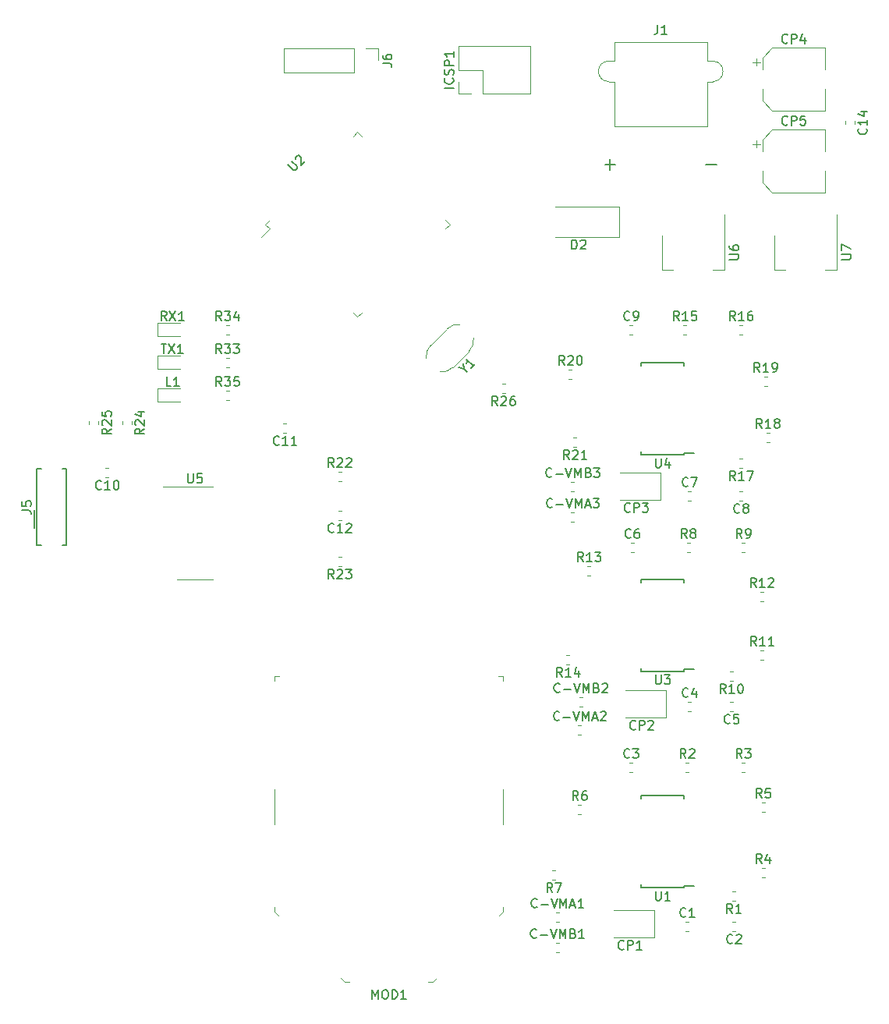
<source format=gbr>
G04 #@! TF.GenerationSoftware,KiCad,Pcbnew,(5.1.5)-3*
G04 #@! TF.CreationDate,2020-04-11T17:23:27+08:00*
G04 #@! TF.ProjectId,Misaka,4d697361-6b61-42e6-9b69-6361645f7063,rev?*
G04 #@! TF.SameCoordinates,Original*
G04 #@! TF.FileFunction,Legend,Top*
G04 #@! TF.FilePolarity,Positive*
%FSLAX46Y46*%
G04 Gerber Fmt 4.6, Leading zero omitted, Abs format (unit mm)*
G04 Created by KiCad (PCBNEW (5.1.5)-3) date 2020-04-11 17:23:27*
%MOMM*%
%LPD*%
G04 APERTURE LIST*
%ADD10C,0.120000*%
%ADD11C,0.150000*%
%ADD12C,0.100000*%
G04 APERTURE END LIST*
D10*
X61954663Y-58735883D02*
G75*
G02X62440268Y-57329569I1687687J204233D01*
G01*
X65614349Y-55076195D02*
G75*
G03X64208035Y-55561802I-204232J-1687688D01*
G01*
X63438117Y-60219337D02*
G75*
G03X64844431Y-59733732I204233J1687687D01*
G01*
X67097805Y-56559651D02*
G75*
G02X66612198Y-57965965I-1687688J-204232D01*
G01*
X64208035Y-55561802D02*
X62440268Y-57329569D01*
X66612198Y-57965965D02*
X64844431Y-59733732D01*
X106534000Y-43144000D02*
X106534000Y-49154000D01*
X99714000Y-45394000D02*
X99714000Y-49154000D01*
X106534000Y-49154000D02*
X105274000Y-49154000D01*
X99714000Y-49154000D02*
X100974000Y-49154000D01*
X94342000Y-43144000D02*
X94342000Y-49154000D01*
X87522000Y-45394000D02*
X87522000Y-49154000D01*
X94342000Y-49154000D02*
X93082000Y-49154000D01*
X87522000Y-49154000D02*
X88782000Y-49154000D01*
X36830000Y-72664000D02*
X33380000Y-72664000D01*
X36830000Y-72664000D02*
X38780000Y-72664000D01*
X36830000Y-82784000D02*
X34880000Y-82784000D01*
X36830000Y-82784000D02*
X38780000Y-82784000D01*
D11*
X89955000Y-69012000D02*
X91030000Y-69012000D01*
X89955000Y-59236200D02*
X85305000Y-59236200D01*
X89955000Y-69237000D02*
X85305000Y-69237000D01*
X89955000Y-59236200D02*
X89955000Y-59561200D01*
X85305000Y-59236200D02*
X85305000Y-59561200D01*
X85305000Y-69237000D02*
X85305000Y-68912000D01*
X89955000Y-69237000D02*
X89955000Y-69012000D01*
X89955000Y-92507000D02*
X91030000Y-92507000D01*
X89955000Y-82731200D02*
X85305000Y-82731200D01*
X89955000Y-92732000D02*
X85305000Y-92732000D01*
X89955000Y-82731200D02*
X89955000Y-83056200D01*
X85305000Y-82731200D02*
X85305000Y-83056200D01*
X85305000Y-92732000D02*
X85305000Y-92407000D01*
X89955000Y-92732000D02*
X89955000Y-92507000D01*
D10*
X44939916Y-44694975D02*
X44027749Y-45607142D01*
X44444942Y-44200000D02*
X44939916Y-44694975D01*
X44939916Y-43705025D02*
X44444942Y-44200000D01*
X54500000Y-34144942D02*
X54994975Y-34639916D01*
X54005025Y-34639916D02*
X54500000Y-34144942D01*
X54500000Y-54255058D02*
X54005025Y-53760084D01*
X54994975Y-53760084D02*
X54500000Y-54255058D01*
X64555058Y-44200000D02*
X64060084Y-43705025D01*
X64060084Y-44694975D02*
X64555058Y-44200000D01*
D11*
X89955000Y-116002000D02*
X91030000Y-116002000D01*
X89955000Y-106226200D02*
X85305000Y-106226200D01*
X89955000Y-116227000D02*
X85305000Y-116227000D01*
X89955000Y-106226200D02*
X89955000Y-106551200D01*
X85305000Y-106226200D02*
X85305000Y-106551200D01*
X85305000Y-116227000D02*
X85305000Y-115902000D01*
X89955000Y-116227000D02*
X89955000Y-116002000D01*
D10*
X32743000Y-59917000D02*
X35203000Y-59917000D01*
X32743000Y-58447000D02*
X32743000Y-59917000D01*
X35203000Y-58447000D02*
X32743000Y-58447000D01*
X32743000Y-56361000D02*
X35203000Y-56361000D01*
X32743000Y-54891000D02*
X32743000Y-56361000D01*
X35203000Y-54891000D02*
X32743000Y-54891000D01*
X40214733Y-63248000D02*
X40557267Y-63248000D01*
X40214733Y-62228000D02*
X40557267Y-62228000D01*
X40214733Y-56136000D02*
X40557267Y-56136000D01*
X40214733Y-55116000D02*
X40557267Y-55116000D01*
X40214733Y-59692000D02*
X40557267Y-59692000D01*
X40214733Y-58672000D02*
X40557267Y-58672000D01*
X70529267Y-61466000D02*
X70186733Y-61466000D01*
X70529267Y-62486000D02*
X70186733Y-62486000D01*
X25364000Y-65574733D02*
X25364000Y-65917267D01*
X26384000Y-65574733D02*
X26384000Y-65917267D01*
X28954000Y-65574733D02*
X28954000Y-65917267D01*
X29974000Y-65574733D02*
X29974000Y-65917267D01*
X52749267Y-80262000D02*
X52406733Y-80262000D01*
X52749267Y-81282000D02*
X52406733Y-81282000D01*
X52406733Y-72053333D02*
X52749267Y-72053333D01*
X52406733Y-71033333D02*
X52749267Y-71033333D01*
X78290267Y-67308000D02*
X77947733Y-67308000D01*
X78290267Y-68328000D02*
X77947733Y-68328000D01*
X77439733Y-60962000D02*
X77782267Y-60962000D01*
X77439733Y-59942000D02*
X77782267Y-59942000D01*
X98634733Y-61724000D02*
X98977267Y-61724000D01*
X98634733Y-60704000D02*
X98977267Y-60704000D01*
X98888733Y-67820000D02*
X99231267Y-67820000D01*
X98888733Y-66800000D02*
X99231267Y-66800000D01*
X96324267Y-69594000D02*
X95981733Y-69594000D01*
X96324267Y-70614000D02*
X95981733Y-70614000D01*
X95981733Y-56136000D02*
X96324267Y-56136000D01*
X95981733Y-55116000D02*
X96324267Y-55116000D01*
X89885733Y-56136000D02*
X90228267Y-56136000D01*
X89885733Y-55116000D02*
X90228267Y-55116000D01*
X77528267Y-90930000D02*
X77185733Y-90930000D01*
X77528267Y-91950000D02*
X77185733Y-91950000D01*
X79471733Y-82298000D02*
X79814267Y-82298000D01*
X79471733Y-81278000D02*
X79814267Y-81278000D01*
X98239733Y-85092000D02*
X98582267Y-85092000D01*
X98239733Y-84072000D02*
X98582267Y-84072000D01*
X98267733Y-91442000D02*
X98610267Y-91442000D01*
X98267733Y-90422000D02*
X98610267Y-90422000D01*
X95280267Y-92708000D02*
X94937733Y-92708000D01*
X95280267Y-93728000D02*
X94937733Y-93728000D01*
X96235733Y-79758000D02*
X96578267Y-79758000D01*
X96235733Y-78738000D02*
X96578267Y-78738000D01*
X90252733Y-79758000D02*
X90595267Y-79758000D01*
X90252733Y-78738000D02*
X90595267Y-78738000D01*
X76004267Y-114298000D02*
X75661733Y-114298000D01*
X76004267Y-115318000D02*
X75661733Y-115318000D01*
X78455733Y-108206000D02*
X78798267Y-108206000D01*
X78455733Y-107186000D02*
X78798267Y-107186000D01*
X98380733Y-107952000D02*
X98723267Y-107952000D01*
X98380733Y-106932000D02*
X98723267Y-106932000D01*
X98380733Y-115064000D02*
X98723267Y-115064000D01*
X98380733Y-114044000D02*
X98723267Y-114044000D01*
X96235733Y-103634000D02*
X96578267Y-103634000D01*
X96235733Y-102614000D02*
X96578267Y-102614000D01*
X90139733Y-103634000D02*
X90482267Y-103634000D01*
X90139733Y-102614000D02*
X90482267Y-102614000D01*
X95534267Y-116584000D02*
X95191733Y-116584000D01*
X95534267Y-117604000D02*
X95191733Y-117604000D01*
D12*
X45500000Y-93250000D02*
X46000000Y-93250000D01*
X45500000Y-93250000D02*
X45500000Y-93750000D01*
X70300000Y-93250000D02*
X69800000Y-93250000D01*
X70300000Y-93250000D02*
X70300000Y-93750000D01*
X70300000Y-118850000D02*
X70300000Y-118350000D01*
X70300000Y-118850000D02*
X69900000Y-119250000D01*
X45500000Y-118850000D02*
X45900000Y-119250000D01*
X45500000Y-118850000D02*
X45500000Y-118350000D01*
X62700000Y-126450000D02*
X63100000Y-126050000D01*
X62700000Y-126450000D02*
X62200000Y-126450000D01*
X53100000Y-126450000D02*
X53600000Y-126450000D01*
X53100000Y-126450000D02*
X52700000Y-126050000D01*
X70300000Y-109350000D02*
X70300000Y-105550000D01*
X45500000Y-109350000D02*
X45500000Y-105550000D01*
D10*
X32771000Y-63473000D02*
X35231000Y-63473000D01*
X32771000Y-62003000D02*
X32771000Y-63473000D01*
X35231000Y-62003000D02*
X32771000Y-62003000D01*
X56760000Y-25070000D02*
X56760000Y-26400000D01*
X55430000Y-25070000D02*
X56760000Y-25070000D01*
X54160000Y-25070000D02*
X54160000Y-27730000D01*
X54160000Y-27730000D02*
X46480000Y-27730000D01*
X54160000Y-25070000D02*
X46480000Y-25070000D01*
X46480000Y-25070000D02*
X46480000Y-27730000D01*
D11*
X19402000Y-77200000D02*
X19402000Y-75200000D01*
X22902000Y-70750000D02*
X22427000Y-70750000D01*
X22902000Y-79050000D02*
X22902000Y-70750000D01*
X22427000Y-79050000D02*
X22902000Y-79050000D01*
X19702000Y-70750000D02*
X20177000Y-70750000D01*
X19702000Y-79050000D02*
X19702000Y-70750000D01*
X20177000Y-79050000D02*
X19702000Y-79050000D01*
D10*
X93066000Y-26482000D02*
G75*
G02X93066000Y-28702000I0J-1110000D01*
G01*
X81766000Y-28702000D02*
G75*
G02X81766000Y-26482000I0J1110000D01*
G01*
X92476000Y-24382000D02*
X92476000Y-26482000D01*
X81766000Y-28702000D02*
X82356000Y-28702000D01*
X81766000Y-26482000D02*
X82356000Y-26482000D01*
X92476000Y-26482000D02*
X93066000Y-26482000D01*
X92476000Y-28702000D02*
X93066000Y-28702000D01*
X92476000Y-28702000D02*
X92476000Y-33602000D01*
X82356000Y-24382000D02*
X82356000Y-26482000D01*
X82356000Y-28702000D02*
X82356000Y-33602000D01*
X82356000Y-33602000D02*
X92476000Y-33602000D01*
X82356000Y-24382000D02*
X92476000Y-24382000D01*
X65472000Y-30032000D02*
X65472000Y-28702000D01*
X66802000Y-30032000D02*
X65472000Y-30032000D01*
X65472000Y-27432000D02*
X65472000Y-24832000D01*
X68072000Y-27432000D02*
X65472000Y-27432000D01*
X68072000Y-30032000D02*
X68072000Y-27432000D01*
X65472000Y-24832000D02*
X73212000Y-24832000D01*
X68072000Y-30032000D02*
X73212000Y-30032000D01*
X73212000Y-30032000D02*
X73212000Y-24832000D01*
X82886000Y-45592000D02*
X75986000Y-45592000D01*
X82886000Y-42292000D02*
X75986000Y-42292000D01*
X82886000Y-45592000D02*
X82886000Y-42292000D01*
X97810250Y-35096750D02*
X97810250Y-35884250D01*
X97416500Y-35490500D02*
X98204000Y-35490500D01*
X98444000Y-39683563D02*
X99508437Y-40748000D01*
X98444000Y-34992437D02*
X99508437Y-33928000D01*
X98444000Y-34992437D02*
X98444000Y-36278000D01*
X98444000Y-39683563D02*
X98444000Y-38398000D01*
X99508437Y-40748000D02*
X105264000Y-40748000D01*
X99508437Y-33928000D02*
X105264000Y-33928000D01*
X105264000Y-33928000D02*
X105264000Y-36278000D01*
X105264000Y-40748000D02*
X105264000Y-38398000D01*
X97810250Y-26206750D02*
X97810250Y-26994250D01*
X97416500Y-26600500D02*
X98204000Y-26600500D01*
X98444000Y-30793563D02*
X99508437Y-31858000D01*
X98444000Y-26102437D02*
X99508437Y-25038000D01*
X98444000Y-26102437D02*
X98444000Y-27388000D01*
X98444000Y-30793563D02*
X98444000Y-29508000D01*
X99508437Y-31858000D02*
X105264000Y-31858000D01*
X99508437Y-25038000D02*
X105264000Y-25038000D01*
X105264000Y-25038000D02*
X105264000Y-27388000D01*
X105264000Y-31858000D02*
X105264000Y-29508000D01*
X87377000Y-71130000D02*
X82992000Y-71130000D01*
X87377000Y-74150000D02*
X87377000Y-71130000D01*
X82992000Y-74150000D02*
X87377000Y-74150000D01*
X87979000Y-94756000D02*
X83594000Y-94756000D01*
X87979000Y-97776000D02*
X87979000Y-94756000D01*
X83594000Y-97776000D02*
X87979000Y-97776000D01*
X86709000Y-118632000D02*
X82324000Y-118632000D01*
X86709000Y-121652000D02*
X86709000Y-118632000D01*
X82324000Y-121652000D02*
X86709000Y-121652000D01*
X77693733Y-73154000D02*
X78036267Y-73154000D01*
X77693733Y-72134000D02*
X78036267Y-72134000D01*
X78568733Y-96522000D02*
X78911267Y-96522000D01*
X78568733Y-95502000D02*
X78911267Y-95502000D01*
X76028733Y-123192000D02*
X76371267Y-123192000D01*
X76028733Y-122172000D02*
X76371267Y-122172000D01*
X77693733Y-76456000D02*
X78036267Y-76456000D01*
X77693733Y-75436000D02*
X78036267Y-75436000D01*
X78455733Y-99570000D02*
X78798267Y-99570000D01*
X78455733Y-98550000D02*
X78798267Y-98550000D01*
X76028733Y-119890000D02*
X76371267Y-119890000D01*
X76028733Y-118870000D02*
X76371267Y-118870000D01*
X107440000Y-32989733D02*
X107440000Y-33332267D01*
X108460000Y-32989733D02*
X108460000Y-33332267D01*
X52749267Y-75266666D02*
X52406733Y-75266666D01*
X52749267Y-76286666D02*
X52406733Y-76286666D01*
X46794267Y-65784000D02*
X46451733Y-65784000D01*
X46794267Y-66804000D02*
X46451733Y-66804000D01*
X27490267Y-70610000D02*
X27147733Y-70610000D01*
X27490267Y-71630000D02*
X27147733Y-71630000D01*
X84043733Y-56136000D02*
X84386267Y-56136000D01*
X84043733Y-55116000D02*
X84386267Y-55116000D01*
X96324267Y-73150000D02*
X95981733Y-73150000D01*
X96324267Y-74170000D02*
X95981733Y-74170000D01*
X90393733Y-74170000D02*
X90736267Y-74170000D01*
X90393733Y-73150000D02*
X90736267Y-73150000D01*
X84156733Y-79758000D02*
X84499267Y-79758000D01*
X84156733Y-78738000D02*
X84499267Y-78738000D01*
X95280267Y-96010000D02*
X94937733Y-96010000D01*
X95280267Y-97030000D02*
X94937733Y-97030000D01*
X90393733Y-97030000D02*
X90736267Y-97030000D01*
X90393733Y-96010000D02*
X90736267Y-96010000D01*
X84043733Y-103634000D02*
X84386267Y-103634000D01*
X84043733Y-102614000D02*
X84386267Y-102614000D01*
X95562267Y-119886000D02*
X95219733Y-119886000D01*
X95562267Y-120906000D02*
X95219733Y-120906000D01*
X90139733Y-120906000D02*
X90482267Y-120906000D01*
X90139733Y-119886000D02*
X90482267Y-119886000D01*
D11*
X66081867Y-59876836D02*
X66418585Y-60213554D01*
X65475776Y-59742149D02*
X66081867Y-59876836D01*
X65947180Y-59270745D01*
X67260378Y-59371760D02*
X66856317Y-59775821D01*
X67058348Y-59573790D02*
X66351241Y-58866684D01*
X66384913Y-59035042D01*
X66384913Y-59169729D01*
X66351241Y-59270745D01*
X107076380Y-48005904D02*
X107885904Y-48005904D01*
X107981142Y-47958285D01*
X108028761Y-47910666D01*
X108076380Y-47815428D01*
X108076380Y-47624952D01*
X108028761Y-47529714D01*
X107981142Y-47482095D01*
X107885904Y-47434476D01*
X107076380Y-47434476D01*
X107076380Y-47053523D02*
X107076380Y-46386857D01*
X108076380Y-46815428D01*
X94884380Y-48005904D02*
X95693904Y-48005904D01*
X95789142Y-47958285D01*
X95836761Y-47910666D01*
X95884380Y-47815428D01*
X95884380Y-47624952D01*
X95836761Y-47529714D01*
X95789142Y-47482095D01*
X95693904Y-47434476D01*
X94884380Y-47434476D01*
X94884380Y-46529714D02*
X94884380Y-46720190D01*
X94932000Y-46815428D01*
X94979619Y-46863047D01*
X95122476Y-46958285D01*
X95312952Y-47005904D01*
X95693904Y-47005904D01*
X95789142Y-46958285D01*
X95836761Y-46910666D01*
X95884380Y-46815428D01*
X95884380Y-46624952D01*
X95836761Y-46529714D01*
X95789142Y-46482095D01*
X95693904Y-46434476D01*
X95455809Y-46434476D01*
X95360571Y-46482095D01*
X95312952Y-46529714D01*
X95265333Y-46624952D01*
X95265333Y-46815428D01*
X95312952Y-46910666D01*
X95360571Y-46958285D01*
X95455809Y-47005904D01*
X36068095Y-71276380D02*
X36068095Y-72085904D01*
X36115714Y-72181142D01*
X36163333Y-72228761D01*
X36258571Y-72276380D01*
X36449047Y-72276380D01*
X36544285Y-72228761D01*
X36591904Y-72181142D01*
X36639523Y-72085904D01*
X36639523Y-71276380D01*
X37591904Y-71276380D02*
X37115714Y-71276380D01*
X37068095Y-71752571D01*
X37115714Y-71704952D01*
X37210952Y-71657333D01*
X37449047Y-71657333D01*
X37544285Y-71704952D01*
X37591904Y-71752571D01*
X37639523Y-71847809D01*
X37639523Y-72085904D01*
X37591904Y-72181142D01*
X37544285Y-72228761D01*
X37449047Y-72276380D01*
X37210952Y-72276380D01*
X37115714Y-72228761D01*
X37068095Y-72181142D01*
X86868095Y-69614380D02*
X86868095Y-70423904D01*
X86915714Y-70519142D01*
X86963333Y-70566761D01*
X87058571Y-70614380D01*
X87249047Y-70614380D01*
X87344285Y-70566761D01*
X87391904Y-70519142D01*
X87439523Y-70423904D01*
X87439523Y-69614380D01*
X88344285Y-69947714D02*
X88344285Y-70614380D01*
X88106190Y-69566761D02*
X87868095Y-70281047D01*
X88487142Y-70281047D01*
X86868095Y-93109380D02*
X86868095Y-93918904D01*
X86915714Y-94014142D01*
X86963333Y-94061761D01*
X87058571Y-94109380D01*
X87249047Y-94109380D01*
X87344285Y-94061761D01*
X87391904Y-94014142D01*
X87439523Y-93918904D01*
X87439523Y-93109380D01*
X87820476Y-93109380D02*
X88439523Y-93109380D01*
X88106190Y-93490333D01*
X88249047Y-93490333D01*
X88344285Y-93537952D01*
X88391904Y-93585571D01*
X88439523Y-93680809D01*
X88439523Y-93918904D01*
X88391904Y-94014142D01*
X88344285Y-94061761D01*
X88249047Y-94109380D01*
X87963333Y-94109380D01*
X87868095Y-94061761D01*
X87820476Y-94014142D01*
X46962578Y-37740074D02*
X47534998Y-38312494D01*
X47636013Y-38346166D01*
X47703357Y-38346166D01*
X47804372Y-38312494D01*
X47939059Y-38177807D01*
X47972731Y-38076792D01*
X47972731Y-38009448D01*
X47939059Y-37908433D01*
X47366639Y-37336013D01*
X47737029Y-37100311D02*
X47737029Y-37032968D01*
X47770700Y-36931952D01*
X47939059Y-36763594D01*
X48040074Y-36729922D01*
X48107418Y-36729922D01*
X48208433Y-36763594D01*
X48275777Y-36830937D01*
X48343120Y-36965624D01*
X48343120Y-37773746D01*
X48780853Y-37336013D01*
X86868095Y-116604380D02*
X86868095Y-117413904D01*
X86915714Y-117509142D01*
X86963333Y-117556761D01*
X87058571Y-117604380D01*
X87249047Y-117604380D01*
X87344285Y-117556761D01*
X87391904Y-117509142D01*
X87439523Y-117413904D01*
X87439523Y-116604380D01*
X88439523Y-117604380D02*
X87868095Y-117604380D01*
X88153809Y-117604380D02*
X88153809Y-116604380D01*
X88058571Y-116747238D01*
X87963333Y-116842476D01*
X87868095Y-116890095D01*
X33164904Y-57204380D02*
X33736333Y-57204380D01*
X33450619Y-58204380D02*
X33450619Y-57204380D01*
X33974428Y-57204380D02*
X34641095Y-58204380D01*
X34641095Y-57204380D02*
X33974428Y-58204380D01*
X35545857Y-58204380D02*
X34974428Y-58204380D01*
X35260142Y-58204380D02*
X35260142Y-57204380D01*
X35164904Y-57347238D01*
X35069666Y-57442476D01*
X34974428Y-57490095D01*
X33760142Y-54648380D02*
X33426809Y-54172190D01*
X33188714Y-54648380D02*
X33188714Y-53648380D01*
X33569666Y-53648380D01*
X33664904Y-53696000D01*
X33712523Y-53743619D01*
X33760142Y-53838857D01*
X33760142Y-53981714D01*
X33712523Y-54076952D01*
X33664904Y-54124571D01*
X33569666Y-54172190D01*
X33188714Y-54172190D01*
X34093476Y-53648380D02*
X34760142Y-54648380D01*
X34760142Y-53648380D02*
X34093476Y-54648380D01*
X35664904Y-54648380D02*
X35093476Y-54648380D01*
X35379190Y-54648380D02*
X35379190Y-53648380D01*
X35283952Y-53791238D01*
X35188714Y-53886476D01*
X35093476Y-53934095D01*
X39743142Y-61760380D02*
X39409809Y-61284190D01*
X39171714Y-61760380D02*
X39171714Y-60760380D01*
X39552666Y-60760380D01*
X39647904Y-60808000D01*
X39695523Y-60855619D01*
X39743142Y-60950857D01*
X39743142Y-61093714D01*
X39695523Y-61188952D01*
X39647904Y-61236571D01*
X39552666Y-61284190D01*
X39171714Y-61284190D01*
X40076476Y-60760380D02*
X40695523Y-60760380D01*
X40362190Y-61141333D01*
X40505047Y-61141333D01*
X40600285Y-61188952D01*
X40647904Y-61236571D01*
X40695523Y-61331809D01*
X40695523Y-61569904D01*
X40647904Y-61665142D01*
X40600285Y-61712761D01*
X40505047Y-61760380D01*
X40219333Y-61760380D01*
X40124095Y-61712761D01*
X40076476Y-61665142D01*
X41600285Y-60760380D02*
X41124095Y-60760380D01*
X41076476Y-61236571D01*
X41124095Y-61188952D01*
X41219333Y-61141333D01*
X41457428Y-61141333D01*
X41552666Y-61188952D01*
X41600285Y-61236571D01*
X41647904Y-61331809D01*
X41647904Y-61569904D01*
X41600285Y-61665142D01*
X41552666Y-61712761D01*
X41457428Y-61760380D01*
X41219333Y-61760380D01*
X41124095Y-61712761D01*
X41076476Y-61665142D01*
X39743142Y-54648380D02*
X39409809Y-54172190D01*
X39171714Y-54648380D02*
X39171714Y-53648380D01*
X39552666Y-53648380D01*
X39647904Y-53696000D01*
X39695523Y-53743619D01*
X39743142Y-53838857D01*
X39743142Y-53981714D01*
X39695523Y-54076952D01*
X39647904Y-54124571D01*
X39552666Y-54172190D01*
X39171714Y-54172190D01*
X40076476Y-53648380D02*
X40695523Y-53648380D01*
X40362190Y-54029333D01*
X40505047Y-54029333D01*
X40600285Y-54076952D01*
X40647904Y-54124571D01*
X40695523Y-54219809D01*
X40695523Y-54457904D01*
X40647904Y-54553142D01*
X40600285Y-54600761D01*
X40505047Y-54648380D01*
X40219333Y-54648380D01*
X40124095Y-54600761D01*
X40076476Y-54553142D01*
X41552666Y-53981714D02*
X41552666Y-54648380D01*
X41314571Y-53600761D02*
X41076476Y-54315047D01*
X41695523Y-54315047D01*
X39743142Y-58204380D02*
X39409809Y-57728190D01*
X39171714Y-58204380D02*
X39171714Y-57204380D01*
X39552666Y-57204380D01*
X39647904Y-57252000D01*
X39695523Y-57299619D01*
X39743142Y-57394857D01*
X39743142Y-57537714D01*
X39695523Y-57632952D01*
X39647904Y-57680571D01*
X39552666Y-57728190D01*
X39171714Y-57728190D01*
X40076476Y-57204380D02*
X40695523Y-57204380D01*
X40362190Y-57585333D01*
X40505047Y-57585333D01*
X40600285Y-57632952D01*
X40647904Y-57680571D01*
X40695523Y-57775809D01*
X40695523Y-58013904D01*
X40647904Y-58109142D01*
X40600285Y-58156761D01*
X40505047Y-58204380D01*
X40219333Y-58204380D01*
X40124095Y-58156761D01*
X40076476Y-58109142D01*
X41028857Y-57204380D02*
X41647904Y-57204380D01*
X41314571Y-57585333D01*
X41457428Y-57585333D01*
X41552666Y-57632952D01*
X41600285Y-57680571D01*
X41647904Y-57775809D01*
X41647904Y-58013904D01*
X41600285Y-58109142D01*
X41552666Y-58156761D01*
X41457428Y-58204380D01*
X41171714Y-58204380D01*
X41076476Y-58156761D01*
X41028857Y-58109142D01*
X69715142Y-63858380D02*
X69381809Y-63382190D01*
X69143714Y-63858380D02*
X69143714Y-62858380D01*
X69524666Y-62858380D01*
X69619904Y-62906000D01*
X69667523Y-62953619D01*
X69715142Y-63048857D01*
X69715142Y-63191714D01*
X69667523Y-63286952D01*
X69619904Y-63334571D01*
X69524666Y-63382190D01*
X69143714Y-63382190D01*
X70096095Y-62953619D02*
X70143714Y-62906000D01*
X70238952Y-62858380D01*
X70477047Y-62858380D01*
X70572285Y-62906000D01*
X70619904Y-62953619D01*
X70667523Y-63048857D01*
X70667523Y-63144095D01*
X70619904Y-63286952D01*
X70048476Y-63858380D01*
X70667523Y-63858380D01*
X71524666Y-62858380D02*
X71334190Y-62858380D01*
X71238952Y-62906000D01*
X71191333Y-62953619D01*
X71096095Y-63096476D01*
X71048476Y-63286952D01*
X71048476Y-63667904D01*
X71096095Y-63763142D01*
X71143714Y-63810761D01*
X71238952Y-63858380D01*
X71429428Y-63858380D01*
X71524666Y-63810761D01*
X71572285Y-63763142D01*
X71619904Y-63667904D01*
X71619904Y-63429809D01*
X71572285Y-63334571D01*
X71524666Y-63286952D01*
X71429428Y-63239333D01*
X71238952Y-63239333D01*
X71143714Y-63286952D01*
X71096095Y-63334571D01*
X71048476Y-63429809D01*
X27756380Y-66388857D02*
X27280190Y-66722190D01*
X27756380Y-66960285D02*
X26756380Y-66960285D01*
X26756380Y-66579333D01*
X26804000Y-66484095D01*
X26851619Y-66436476D01*
X26946857Y-66388857D01*
X27089714Y-66388857D01*
X27184952Y-66436476D01*
X27232571Y-66484095D01*
X27280190Y-66579333D01*
X27280190Y-66960285D01*
X26851619Y-66007904D02*
X26804000Y-65960285D01*
X26756380Y-65865047D01*
X26756380Y-65626952D01*
X26804000Y-65531714D01*
X26851619Y-65484095D01*
X26946857Y-65436476D01*
X27042095Y-65436476D01*
X27184952Y-65484095D01*
X27756380Y-66055523D01*
X27756380Y-65436476D01*
X26756380Y-64531714D02*
X26756380Y-65007904D01*
X27232571Y-65055523D01*
X27184952Y-65007904D01*
X27137333Y-64912666D01*
X27137333Y-64674571D01*
X27184952Y-64579333D01*
X27232571Y-64531714D01*
X27327809Y-64484095D01*
X27565904Y-64484095D01*
X27661142Y-64531714D01*
X27708761Y-64579333D01*
X27756380Y-64674571D01*
X27756380Y-64912666D01*
X27708761Y-65007904D01*
X27661142Y-65055523D01*
X31346380Y-66388857D02*
X30870190Y-66722190D01*
X31346380Y-66960285D02*
X30346380Y-66960285D01*
X30346380Y-66579333D01*
X30394000Y-66484095D01*
X30441619Y-66436476D01*
X30536857Y-66388857D01*
X30679714Y-66388857D01*
X30774952Y-66436476D01*
X30822571Y-66484095D01*
X30870190Y-66579333D01*
X30870190Y-66960285D01*
X30441619Y-66007904D02*
X30394000Y-65960285D01*
X30346380Y-65865047D01*
X30346380Y-65626952D01*
X30394000Y-65531714D01*
X30441619Y-65484095D01*
X30536857Y-65436476D01*
X30632095Y-65436476D01*
X30774952Y-65484095D01*
X31346380Y-66055523D01*
X31346380Y-65436476D01*
X30679714Y-64579333D02*
X31346380Y-64579333D01*
X30298761Y-64817428D02*
X31013047Y-65055523D01*
X31013047Y-64436476D01*
X51935142Y-82654380D02*
X51601809Y-82178190D01*
X51363714Y-82654380D02*
X51363714Y-81654380D01*
X51744666Y-81654380D01*
X51839904Y-81702000D01*
X51887523Y-81749619D01*
X51935142Y-81844857D01*
X51935142Y-81987714D01*
X51887523Y-82082952D01*
X51839904Y-82130571D01*
X51744666Y-82178190D01*
X51363714Y-82178190D01*
X52316095Y-81749619D02*
X52363714Y-81702000D01*
X52458952Y-81654380D01*
X52697047Y-81654380D01*
X52792285Y-81702000D01*
X52839904Y-81749619D01*
X52887523Y-81844857D01*
X52887523Y-81940095D01*
X52839904Y-82082952D01*
X52268476Y-82654380D01*
X52887523Y-82654380D01*
X53220857Y-81654380D02*
X53839904Y-81654380D01*
X53506571Y-82035333D01*
X53649428Y-82035333D01*
X53744666Y-82082952D01*
X53792285Y-82130571D01*
X53839904Y-82225809D01*
X53839904Y-82463904D01*
X53792285Y-82559142D01*
X53744666Y-82606761D01*
X53649428Y-82654380D01*
X53363714Y-82654380D01*
X53268476Y-82606761D01*
X53220857Y-82559142D01*
X51935142Y-70565713D02*
X51601809Y-70089523D01*
X51363714Y-70565713D02*
X51363714Y-69565713D01*
X51744666Y-69565713D01*
X51839904Y-69613333D01*
X51887523Y-69660952D01*
X51935142Y-69756190D01*
X51935142Y-69899047D01*
X51887523Y-69994285D01*
X51839904Y-70041904D01*
X51744666Y-70089523D01*
X51363714Y-70089523D01*
X52316095Y-69660952D02*
X52363714Y-69613333D01*
X52458952Y-69565713D01*
X52697047Y-69565713D01*
X52792285Y-69613333D01*
X52839904Y-69660952D01*
X52887523Y-69756190D01*
X52887523Y-69851428D01*
X52839904Y-69994285D01*
X52268476Y-70565713D01*
X52887523Y-70565713D01*
X53268476Y-69660952D02*
X53316095Y-69613333D01*
X53411333Y-69565713D01*
X53649428Y-69565713D01*
X53744666Y-69613333D01*
X53792285Y-69660952D01*
X53839904Y-69756190D01*
X53839904Y-69851428D01*
X53792285Y-69994285D01*
X53220857Y-70565713D01*
X53839904Y-70565713D01*
X77476142Y-69700380D02*
X77142809Y-69224190D01*
X76904714Y-69700380D02*
X76904714Y-68700380D01*
X77285666Y-68700380D01*
X77380904Y-68748000D01*
X77428523Y-68795619D01*
X77476142Y-68890857D01*
X77476142Y-69033714D01*
X77428523Y-69128952D01*
X77380904Y-69176571D01*
X77285666Y-69224190D01*
X76904714Y-69224190D01*
X77857095Y-68795619D02*
X77904714Y-68748000D01*
X77999952Y-68700380D01*
X78238047Y-68700380D01*
X78333285Y-68748000D01*
X78380904Y-68795619D01*
X78428523Y-68890857D01*
X78428523Y-68986095D01*
X78380904Y-69128952D01*
X77809476Y-69700380D01*
X78428523Y-69700380D01*
X79380904Y-69700380D02*
X78809476Y-69700380D01*
X79095190Y-69700380D02*
X79095190Y-68700380D01*
X78999952Y-68843238D01*
X78904714Y-68938476D01*
X78809476Y-68986095D01*
X76968142Y-59474380D02*
X76634809Y-58998190D01*
X76396714Y-59474380D02*
X76396714Y-58474380D01*
X76777666Y-58474380D01*
X76872904Y-58522000D01*
X76920523Y-58569619D01*
X76968142Y-58664857D01*
X76968142Y-58807714D01*
X76920523Y-58902952D01*
X76872904Y-58950571D01*
X76777666Y-58998190D01*
X76396714Y-58998190D01*
X77349095Y-58569619D02*
X77396714Y-58522000D01*
X77491952Y-58474380D01*
X77730047Y-58474380D01*
X77825285Y-58522000D01*
X77872904Y-58569619D01*
X77920523Y-58664857D01*
X77920523Y-58760095D01*
X77872904Y-58902952D01*
X77301476Y-59474380D01*
X77920523Y-59474380D01*
X78539571Y-58474380D02*
X78634809Y-58474380D01*
X78730047Y-58522000D01*
X78777666Y-58569619D01*
X78825285Y-58664857D01*
X78872904Y-58855333D01*
X78872904Y-59093428D01*
X78825285Y-59283904D01*
X78777666Y-59379142D01*
X78730047Y-59426761D01*
X78634809Y-59474380D01*
X78539571Y-59474380D01*
X78444333Y-59426761D01*
X78396714Y-59379142D01*
X78349095Y-59283904D01*
X78301476Y-59093428D01*
X78301476Y-58855333D01*
X78349095Y-58664857D01*
X78396714Y-58569619D01*
X78444333Y-58522000D01*
X78539571Y-58474380D01*
X98163142Y-60236380D02*
X97829809Y-59760190D01*
X97591714Y-60236380D02*
X97591714Y-59236380D01*
X97972666Y-59236380D01*
X98067904Y-59284000D01*
X98115523Y-59331619D01*
X98163142Y-59426857D01*
X98163142Y-59569714D01*
X98115523Y-59664952D01*
X98067904Y-59712571D01*
X97972666Y-59760190D01*
X97591714Y-59760190D01*
X99115523Y-60236380D02*
X98544095Y-60236380D01*
X98829809Y-60236380D02*
X98829809Y-59236380D01*
X98734571Y-59379238D01*
X98639333Y-59474476D01*
X98544095Y-59522095D01*
X99591714Y-60236380D02*
X99782190Y-60236380D01*
X99877428Y-60188761D01*
X99925047Y-60141142D01*
X100020285Y-59998285D01*
X100067904Y-59807809D01*
X100067904Y-59426857D01*
X100020285Y-59331619D01*
X99972666Y-59284000D01*
X99877428Y-59236380D01*
X99686952Y-59236380D01*
X99591714Y-59284000D01*
X99544095Y-59331619D01*
X99496476Y-59426857D01*
X99496476Y-59664952D01*
X99544095Y-59760190D01*
X99591714Y-59807809D01*
X99686952Y-59855428D01*
X99877428Y-59855428D01*
X99972666Y-59807809D01*
X100020285Y-59760190D01*
X100067904Y-59664952D01*
X98417142Y-66332380D02*
X98083809Y-65856190D01*
X97845714Y-66332380D02*
X97845714Y-65332380D01*
X98226666Y-65332380D01*
X98321904Y-65380000D01*
X98369523Y-65427619D01*
X98417142Y-65522857D01*
X98417142Y-65665714D01*
X98369523Y-65760952D01*
X98321904Y-65808571D01*
X98226666Y-65856190D01*
X97845714Y-65856190D01*
X99369523Y-66332380D02*
X98798095Y-66332380D01*
X99083809Y-66332380D02*
X99083809Y-65332380D01*
X98988571Y-65475238D01*
X98893333Y-65570476D01*
X98798095Y-65618095D01*
X99940952Y-65760952D02*
X99845714Y-65713333D01*
X99798095Y-65665714D01*
X99750476Y-65570476D01*
X99750476Y-65522857D01*
X99798095Y-65427619D01*
X99845714Y-65380000D01*
X99940952Y-65332380D01*
X100131428Y-65332380D01*
X100226666Y-65380000D01*
X100274285Y-65427619D01*
X100321904Y-65522857D01*
X100321904Y-65570476D01*
X100274285Y-65665714D01*
X100226666Y-65713333D01*
X100131428Y-65760952D01*
X99940952Y-65760952D01*
X99845714Y-65808571D01*
X99798095Y-65856190D01*
X99750476Y-65951428D01*
X99750476Y-66141904D01*
X99798095Y-66237142D01*
X99845714Y-66284761D01*
X99940952Y-66332380D01*
X100131428Y-66332380D01*
X100226666Y-66284761D01*
X100274285Y-66237142D01*
X100321904Y-66141904D01*
X100321904Y-65951428D01*
X100274285Y-65856190D01*
X100226666Y-65808571D01*
X100131428Y-65760952D01*
X95510142Y-71986380D02*
X95176809Y-71510190D01*
X94938714Y-71986380D02*
X94938714Y-70986380D01*
X95319666Y-70986380D01*
X95414904Y-71034000D01*
X95462523Y-71081619D01*
X95510142Y-71176857D01*
X95510142Y-71319714D01*
X95462523Y-71414952D01*
X95414904Y-71462571D01*
X95319666Y-71510190D01*
X94938714Y-71510190D01*
X96462523Y-71986380D02*
X95891095Y-71986380D01*
X96176809Y-71986380D02*
X96176809Y-70986380D01*
X96081571Y-71129238D01*
X95986333Y-71224476D01*
X95891095Y-71272095D01*
X96795857Y-70986380D02*
X97462523Y-70986380D01*
X97033952Y-71986380D01*
X95510142Y-54648380D02*
X95176809Y-54172190D01*
X94938714Y-54648380D02*
X94938714Y-53648380D01*
X95319666Y-53648380D01*
X95414904Y-53696000D01*
X95462523Y-53743619D01*
X95510142Y-53838857D01*
X95510142Y-53981714D01*
X95462523Y-54076952D01*
X95414904Y-54124571D01*
X95319666Y-54172190D01*
X94938714Y-54172190D01*
X96462523Y-54648380D02*
X95891095Y-54648380D01*
X96176809Y-54648380D02*
X96176809Y-53648380D01*
X96081571Y-53791238D01*
X95986333Y-53886476D01*
X95891095Y-53934095D01*
X97319666Y-53648380D02*
X97129190Y-53648380D01*
X97033952Y-53696000D01*
X96986333Y-53743619D01*
X96891095Y-53886476D01*
X96843476Y-54076952D01*
X96843476Y-54457904D01*
X96891095Y-54553142D01*
X96938714Y-54600761D01*
X97033952Y-54648380D01*
X97224428Y-54648380D01*
X97319666Y-54600761D01*
X97367285Y-54553142D01*
X97414904Y-54457904D01*
X97414904Y-54219809D01*
X97367285Y-54124571D01*
X97319666Y-54076952D01*
X97224428Y-54029333D01*
X97033952Y-54029333D01*
X96938714Y-54076952D01*
X96891095Y-54124571D01*
X96843476Y-54219809D01*
X89414142Y-54648380D02*
X89080809Y-54172190D01*
X88842714Y-54648380D02*
X88842714Y-53648380D01*
X89223666Y-53648380D01*
X89318904Y-53696000D01*
X89366523Y-53743619D01*
X89414142Y-53838857D01*
X89414142Y-53981714D01*
X89366523Y-54076952D01*
X89318904Y-54124571D01*
X89223666Y-54172190D01*
X88842714Y-54172190D01*
X90366523Y-54648380D02*
X89795095Y-54648380D01*
X90080809Y-54648380D02*
X90080809Y-53648380D01*
X89985571Y-53791238D01*
X89890333Y-53886476D01*
X89795095Y-53934095D01*
X91271285Y-53648380D02*
X90795095Y-53648380D01*
X90747476Y-54124571D01*
X90795095Y-54076952D01*
X90890333Y-54029333D01*
X91128428Y-54029333D01*
X91223666Y-54076952D01*
X91271285Y-54124571D01*
X91318904Y-54219809D01*
X91318904Y-54457904D01*
X91271285Y-54553142D01*
X91223666Y-54600761D01*
X91128428Y-54648380D01*
X90890333Y-54648380D01*
X90795095Y-54600761D01*
X90747476Y-54553142D01*
X76714142Y-93322380D02*
X76380809Y-92846190D01*
X76142714Y-93322380D02*
X76142714Y-92322380D01*
X76523666Y-92322380D01*
X76618904Y-92370000D01*
X76666523Y-92417619D01*
X76714142Y-92512857D01*
X76714142Y-92655714D01*
X76666523Y-92750952D01*
X76618904Y-92798571D01*
X76523666Y-92846190D01*
X76142714Y-92846190D01*
X77666523Y-93322380D02*
X77095095Y-93322380D01*
X77380809Y-93322380D02*
X77380809Y-92322380D01*
X77285571Y-92465238D01*
X77190333Y-92560476D01*
X77095095Y-92608095D01*
X78523666Y-92655714D02*
X78523666Y-93322380D01*
X78285571Y-92274761D02*
X78047476Y-92989047D01*
X78666523Y-92989047D01*
X79000142Y-80810380D02*
X78666809Y-80334190D01*
X78428714Y-80810380D02*
X78428714Y-79810380D01*
X78809666Y-79810380D01*
X78904904Y-79858000D01*
X78952523Y-79905619D01*
X79000142Y-80000857D01*
X79000142Y-80143714D01*
X78952523Y-80238952D01*
X78904904Y-80286571D01*
X78809666Y-80334190D01*
X78428714Y-80334190D01*
X79952523Y-80810380D02*
X79381095Y-80810380D01*
X79666809Y-80810380D02*
X79666809Y-79810380D01*
X79571571Y-79953238D01*
X79476333Y-80048476D01*
X79381095Y-80096095D01*
X80285857Y-79810380D02*
X80904904Y-79810380D01*
X80571571Y-80191333D01*
X80714428Y-80191333D01*
X80809666Y-80238952D01*
X80857285Y-80286571D01*
X80904904Y-80381809D01*
X80904904Y-80619904D01*
X80857285Y-80715142D01*
X80809666Y-80762761D01*
X80714428Y-80810380D01*
X80428714Y-80810380D01*
X80333476Y-80762761D01*
X80285857Y-80715142D01*
X97768142Y-83604380D02*
X97434809Y-83128190D01*
X97196714Y-83604380D02*
X97196714Y-82604380D01*
X97577666Y-82604380D01*
X97672904Y-82652000D01*
X97720523Y-82699619D01*
X97768142Y-82794857D01*
X97768142Y-82937714D01*
X97720523Y-83032952D01*
X97672904Y-83080571D01*
X97577666Y-83128190D01*
X97196714Y-83128190D01*
X98720523Y-83604380D02*
X98149095Y-83604380D01*
X98434809Y-83604380D02*
X98434809Y-82604380D01*
X98339571Y-82747238D01*
X98244333Y-82842476D01*
X98149095Y-82890095D01*
X99101476Y-82699619D02*
X99149095Y-82652000D01*
X99244333Y-82604380D01*
X99482428Y-82604380D01*
X99577666Y-82652000D01*
X99625285Y-82699619D01*
X99672904Y-82794857D01*
X99672904Y-82890095D01*
X99625285Y-83032952D01*
X99053857Y-83604380D01*
X99672904Y-83604380D01*
X97796142Y-89954380D02*
X97462809Y-89478190D01*
X97224714Y-89954380D02*
X97224714Y-88954380D01*
X97605666Y-88954380D01*
X97700904Y-89002000D01*
X97748523Y-89049619D01*
X97796142Y-89144857D01*
X97796142Y-89287714D01*
X97748523Y-89382952D01*
X97700904Y-89430571D01*
X97605666Y-89478190D01*
X97224714Y-89478190D01*
X98748523Y-89954380D02*
X98177095Y-89954380D01*
X98462809Y-89954380D02*
X98462809Y-88954380D01*
X98367571Y-89097238D01*
X98272333Y-89192476D01*
X98177095Y-89240095D01*
X99700904Y-89954380D02*
X99129476Y-89954380D01*
X99415190Y-89954380D02*
X99415190Y-88954380D01*
X99319952Y-89097238D01*
X99224714Y-89192476D01*
X99129476Y-89240095D01*
X94466142Y-95100380D02*
X94132809Y-94624190D01*
X93894714Y-95100380D02*
X93894714Y-94100380D01*
X94275666Y-94100380D01*
X94370904Y-94148000D01*
X94418523Y-94195619D01*
X94466142Y-94290857D01*
X94466142Y-94433714D01*
X94418523Y-94528952D01*
X94370904Y-94576571D01*
X94275666Y-94624190D01*
X93894714Y-94624190D01*
X95418523Y-95100380D02*
X94847095Y-95100380D01*
X95132809Y-95100380D02*
X95132809Y-94100380D01*
X95037571Y-94243238D01*
X94942333Y-94338476D01*
X94847095Y-94386095D01*
X96037571Y-94100380D02*
X96132809Y-94100380D01*
X96228047Y-94148000D01*
X96275666Y-94195619D01*
X96323285Y-94290857D01*
X96370904Y-94481333D01*
X96370904Y-94719428D01*
X96323285Y-94909904D01*
X96275666Y-95005142D01*
X96228047Y-95052761D01*
X96132809Y-95100380D01*
X96037571Y-95100380D01*
X95942333Y-95052761D01*
X95894714Y-95005142D01*
X95847095Y-94909904D01*
X95799476Y-94719428D01*
X95799476Y-94481333D01*
X95847095Y-94290857D01*
X95894714Y-94195619D01*
X95942333Y-94148000D01*
X96037571Y-94100380D01*
X96240333Y-78270380D02*
X95907000Y-77794190D01*
X95668904Y-78270380D02*
X95668904Y-77270380D01*
X96049857Y-77270380D01*
X96145095Y-77318000D01*
X96192714Y-77365619D01*
X96240333Y-77460857D01*
X96240333Y-77603714D01*
X96192714Y-77698952D01*
X96145095Y-77746571D01*
X96049857Y-77794190D01*
X95668904Y-77794190D01*
X96716523Y-78270380D02*
X96907000Y-78270380D01*
X97002238Y-78222761D01*
X97049857Y-78175142D01*
X97145095Y-78032285D01*
X97192714Y-77841809D01*
X97192714Y-77460857D01*
X97145095Y-77365619D01*
X97097476Y-77318000D01*
X97002238Y-77270380D01*
X96811761Y-77270380D01*
X96716523Y-77318000D01*
X96668904Y-77365619D01*
X96621285Y-77460857D01*
X96621285Y-77698952D01*
X96668904Y-77794190D01*
X96716523Y-77841809D01*
X96811761Y-77889428D01*
X97002238Y-77889428D01*
X97097476Y-77841809D01*
X97145095Y-77794190D01*
X97192714Y-77698952D01*
X90257333Y-78270380D02*
X89924000Y-77794190D01*
X89685904Y-78270380D02*
X89685904Y-77270380D01*
X90066857Y-77270380D01*
X90162095Y-77318000D01*
X90209714Y-77365619D01*
X90257333Y-77460857D01*
X90257333Y-77603714D01*
X90209714Y-77698952D01*
X90162095Y-77746571D01*
X90066857Y-77794190D01*
X89685904Y-77794190D01*
X90828761Y-77698952D02*
X90733523Y-77651333D01*
X90685904Y-77603714D01*
X90638285Y-77508476D01*
X90638285Y-77460857D01*
X90685904Y-77365619D01*
X90733523Y-77318000D01*
X90828761Y-77270380D01*
X91019238Y-77270380D01*
X91114476Y-77318000D01*
X91162095Y-77365619D01*
X91209714Y-77460857D01*
X91209714Y-77508476D01*
X91162095Y-77603714D01*
X91114476Y-77651333D01*
X91019238Y-77698952D01*
X90828761Y-77698952D01*
X90733523Y-77746571D01*
X90685904Y-77794190D01*
X90638285Y-77889428D01*
X90638285Y-78079904D01*
X90685904Y-78175142D01*
X90733523Y-78222761D01*
X90828761Y-78270380D01*
X91019238Y-78270380D01*
X91114476Y-78222761D01*
X91162095Y-78175142D01*
X91209714Y-78079904D01*
X91209714Y-77889428D01*
X91162095Y-77794190D01*
X91114476Y-77746571D01*
X91019238Y-77698952D01*
X75666333Y-116690380D02*
X75333000Y-116214190D01*
X75094904Y-116690380D02*
X75094904Y-115690380D01*
X75475857Y-115690380D01*
X75571095Y-115738000D01*
X75618714Y-115785619D01*
X75666333Y-115880857D01*
X75666333Y-116023714D01*
X75618714Y-116118952D01*
X75571095Y-116166571D01*
X75475857Y-116214190D01*
X75094904Y-116214190D01*
X75999666Y-115690380D02*
X76666333Y-115690380D01*
X76237761Y-116690380D01*
X78460333Y-106718380D02*
X78127000Y-106242190D01*
X77888904Y-106718380D02*
X77888904Y-105718380D01*
X78269857Y-105718380D01*
X78365095Y-105766000D01*
X78412714Y-105813619D01*
X78460333Y-105908857D01*
X78460333Y-106051714D01*
X78412714Y-106146952D01*
X78365095Y-106194571D01*
X78269857Y-106242190D01*
X77888904Y-106242190D01*
X79317476Y-105718380D02*
X79127000Y-105718380D01*
X79031761Y-105766000D01*
X78984142Y-105813619D01*
X78888904Y-105956476D01*
X78841285Y-106146952D01*
X78841285Y-106527904D01*
X78888904Y-106623142D01*
X78936523Y-106670761D01*
X79031761Y-106718380D01*
X79222238Y-106718380D01*
X79317476Y-106670761D01*
X79365095Y-106623142D01*
X79412714Y-106527904D01*
X79412714Y-106289809D01*
X79365095Y-106194571D01*
X79317476Y-106146952D01*
X79222238Y-106099333D01*
X79031761Y-106099333D01*
X78936523Y-106146952D01*
X78888904Y-106194571D01*
X78841285Y-106289809D01*
X98385333Y-106464380D02*
X98052000Y-105988190D01*
X97813904Y-106464380D02*
X97813904Y-105464380D01*
X98194857Y-105464380D01*
X98290095Y-105512000D01*
X98337714Y-105559619D01*
X98385333Y-105654857D01*
X98385333Y-105797714D01*
X98337714Y-105892952D01*
X98290095Y-105940571D01*
X98194857Y-105988190D01*
X97813904Y-105988190D01*
X99290095Y-105464380D02*
X98813904Y-105464380D01*
X98766285Y-105940571D01*
X98813904Y-105892952D01*
X98909142Y-105845333D01*
X99147238Y-105845333D01*
X99242476Y-105892952D01*
X99290095Y-105940571D01*
X99337714Y-106035809D01*
X99337714Y-106273904D01*
X99290095Y-106369142D01*
X99242476Y-106416761D01*
X99147238Y-106464380D01*
X98909142Y-106464380D01*
X98813904Y-106416761D01*
X98766285Y-106369142D01*
X98385333Y-113576380D02*
X98052000Y-113100190D01*
X97813904Y-113576380D02*
X97813904Y-112576380D01*
X98194857Y-112576380D01*
X98290095Y-112624000D01*
X98337714Y-112671619D01*
X98385333Y-112766857D01*
X98385333Y-112909714D01*
X98337714Y-113004952D01*
X98290095Y-113052571D01*
X98194857Y-113100190D01*
X97813904Y-113100190D01*
X99242476Y-112909714D02*
X99242476Y-113576380D01*
X99004380Y-112528761D02*
X98766285Y-113243047D01*
X99385333Y-113243047D01*
X96240333Y-102146380D02*
X95907000Y-101670190D01*
X95668904Y-102146380D02*
X95668904Y-101146380D01*
X96049857Y-101146380D01*
X96145095Y-101194000D01*
X96192714Y-101241619D01*
X96240333Y-101336857D01*
X96240333Y-101479714D01*
X96192714Y-101574952D01*
X96145095Y-101622571D01*
X96049857Y-101670190D01*
X95668904Y-101670190D01*
X96573666Y-101146380D02*
X97192714Y-101146380D01*
X96859380Y-101527333D01*
X97002238Y-101527333D01*
X97097476Y-101574952D01*
X97145095Y-101622571D01*
X97192714Y-101717809D01*
X97192714Y-101955904D01*
X97145095Y-102051142D01*
X97097476Y-102098761D01*
X97002238Y-102146380D01*
X96716523Y-102146380D01*
X96621285Y-102098761D01*
X96573666Y-102051142D01*
X90144333Y-102146380D02*
X89811000Y-101670190D01*
X89572904Y-102146380D02*
X89572904Y-101146380D01*
X89953857Y-101146380D01*
X90049095Y-101194000D01*
X90096714Y-101241619D01*
X90144333Y-101336857D01*
X90144333Y-101479714D01*
X90096714Y-101574952D01*
X90049095Y-101622571D01*
X89953857Y-101670190D01*
X89572904Y-101670190D01*
X90525285Y-101241619D02*
X90572904Y-101194000D01*
X90668142Y-101146380D01*
X90906238Y-101146380D01*
X91001476Y-101194000D01*
X91049095Y-101241619D01*
X91096714Y-101336857D01*
X91096714Y-101432095D01*
X91049095Y-101574952D01*
X90477666Y-102146380D01*
X91096714Y-102146380D01*
X95196333Y-118976380D02*
X94863000Y-118500190D01*
X94624904Y-118976380D02*
X94624904Y-117976380D01*
X95005857Y-117976380D01*
X95101095Y-118024000D01*
X95148714Y-118071619D01*
X95196333Y-118166857D01*
X95196333Y-118309714D01*
X95148714Y-118404952D01*
X95101095Y-118452571D01*
X95005857Y-118500190D01*
X94624904Y-118500190D01*
X96148714Y-118976380D02*
X95577285Y-118976380D01*
X95863000Y-118976380D02*
X95863000Y-117976380D01*
X95767761Y-118119238D01*
X95672523Y-118214476D01*
X95577285Y-118262095D01*
X56066666Y-128292380D02*
X56066666Y-127292380D01*
X56400000Y-128006666D01*
X56733333Y-127292380D01*
X56733333Y-128292380D01*
X57400000Y-127292380D02*
X57590476Y-127292380D01*
X57685714Y-127340000D01*
X57780952Y-127435238D01*
X57828571Y-127625714D01*
X57828571Y-127959047D01*
X57780952Y-128149523D01*
X57685714Y-128244761D01*
X57590476Y-128292380D01*
X57400000Y-128292380D01*
X57304761Y-128244761D01*
X57209523Y-128149523D01*
X57161904Y-127959047D01*
X57161904Y-127625714D01*
X57209523Y-127435238D01*
X57304761Y-127340000D01*
X57400000Y-127292380D01*
X58257142Y-128292380D02*
X58257142Y-127292380D01*
X58495238Y-127292380D01*
X58638095Y-127340000D01*
X58733333Y-127435238D01*
X58780952Y-127530476D01*
X58828571Y-127720952D01*
X58828571Y-127863809D01*
X58780952Y-128054285D01*
X58733333Y-128149523D01*
X58638095Y-128244761D01*
X58495238Y-128292380D01*
X58257142Y-128292380D01*
X59780952Y-128292380D02*
X59209523Y-128292380D01*
X59495238Y-128292380D02*
X59495238Y-127292380D01*
X59400000Y-127435238D01*
X59304761Y-127530476D01*
X59209523Y-127578095D01*
X34264333Y-61760380D02*
X33788142Y-61760380D01*
X33788142Y-60760380D01*
X35121476Y-61760380D02*
X34550047Y-61760380D01*
X34835761Y-61760380D02*
X34835761Y-60760380D01*
X34740523Y-60903238D01*
X34645285Y-60998476D01*
X34550047Y-61046095D01*
X57212380Y-26733333D02*
X57926666Y-26733333D01*
X58069523Y-26780952D01*
X58164761Y-26876190D01*
X58212380Y-27019047D01*
X58212380Y-27114285D01*
X57212380Y-25828571D02*
X57212380Y-26019047D01*
X57260000Y-26114285D01*
X57307619Y-26161904D01*
X57450476Y-26257142D01*
X57640952Y-26304761D01*
X58021904Y-26304761D01*
X58117142Y-26257142D01*
X58164761Y-26209523D01*
X58212380Y-26114285D01*
X58212380Y-25923809D01*
X58164761Y-25828571D01*
X58117142Y-25780952D01*
X58021904Y-25733333D01*
X57783809Y-25733333D01*
X57688571Y-25780952D01*
X57640952Y-25828571D01*
X57593333Y-25923809D01*
X57593333Y-26114285D01*
X57640952Y-26209523D01*
X57688571Y-26257142D01*
X57783809Y-26304761D01*
X18054380Y-75233333D02*
X18768666Y-75233333D01*
X18911523Y-75280952D01*
X19006761Y-75376190D01*
X19054380Y-75519047D01*
X19054380Y-75614285D01*
X18054380Y-74280952D02*
X18054380Y-74757142D01*
X18530571Y-74804761D01*
X18482952Y-74757142D01*
X18435333Y-74661904D01*
X18435333Y-74423809D01*
X18482952Y-74328571D01*
X18530571Y-74280952D01*
X18625809Y-74233333D01*
X18863904Y-74233333D01*
X18959142Y-74280952D01*
X19006761Y-74328571D01*
X19054380Y-74423809D01*
X19054380Y-74661904D01*
X19006761Y-74757142D01*
X18959142Y-74804761D01*
X87082666Y-22544380D02*
X87082666Y-23258666D01*
X87035047Y-23401523D01*
X86939809Y-23496761D01*
X86796952Y-23544380D01*
X86701714Y-23544380D01*
X88082666Y-23544380D02*
X87511238Y-23544380D01*
X87796952Y-23544380D02*
X87796952Y-22544380D01*
X87701714Y-22687238D01*
X87606476Y-22782476D01*
X87511238Y-22830095D01*
X81344571Y-37699142D02*
X82487428Y-37699142D01*
X81916000Y-38270571D02*
X81916000Y-37127714D01*
X92344571Y-37699142D02*
X93487428Y-37699142D01*
X64924380Y-29384380D02*
X63924380Y-29384380D01*
X64829142Y-28336761D02*
X64876761Y-28384380D01*
X64924380Y-28527238D01*
X64924380Y-28622476D01*
X64876761Y-28765333D01*
X64781523Y-28860571D01*
X64686285Y-28908190D01*
X64495809Y-28955809D01*
X64352952Y-28955809D01*
X64162476Y-28908190D01*
X64067238Y-28860571D01*
X63972000Y-28765333D01*
X63924380Y-28622476D01*
X63924380Y-28527238D01*
X63972000Y-28384380D01*
X64019619Y-28336761D01*
X64876761Y-27955809D02*
X64924380Y-27812952D01*
X64924380Y-27574857D01*
X64876761Y-27479619D01*
X64829142Y-27432000D01*
X64733904Y-27384380D01*
X64638666Y-27384380D01*
X64543428Y-27432000D01*
X64495809Y-27479619D01*
X64448190Y-27574857D01*
X64400571Y-27765333D01*
X64352952Y-27860571D01*
X64305333Y-27908190D01*
X64210095Y-27955809D01*
X64114857Y-27955809D01*
X64019619Y-27908190D01*
X63972000Y-27860571D01*
X63924380Y-27765333D01*
X63924380Y-27527238D01*
X63972000Y-27384380D01*
X64924380Y-26955809D02*
X63924380Y-26955809D01*
X63924380Y-26574857D01*
X63972000Y-26479619D01*
X64019619Y-26432000D01*
X64114857Y-26384380D01*
X64257714Y-26384380D01*
X64352952Y-26432000D01*
X64400571Y-26479619D01*
X64448190Y-26574857D01*
X64448190Y-26955809D01*
X64924380Y-25432000D02*
X64924380Y-26003428D01*
X64924380Y-25717714D02*
X63924380Y-25717714D01*
X64067238Y-25812952D01*
X64162476Y-25908190D01*
X64210095Y-26003428D01*
X77747904Y-46894380D02*
X77747904Y-45894380D01*
X77986000Y-45894380D01*
X78128857Y-45942000D01*
X78224095Y-46037238D01*
X78271714Y-46132476D01*
X78319333Y-46322952D01*
X78319333Y-46465809D01*
X78271714Y-46656285D01*
X78224095Y-46751523D01*
X78128857Y-46846761D01*
X77986000Y-46894380D01*
X77747904Y-46894380D01*
X78700285Y-45989619D02*
X78747904Y-45942000D01*
X78843142Y-45894380D01*
X79081238Y-45894380D01*
X79176476Y-45942000D01*
X79224095Y-45989619D01*
X79271714Y-46084857D01*
X79271714Y-46180095D01*
X79224095Y-46322952D01*
X78652666Y-46894380D01*
X79271714Y-46894380D01*
X101187333Y-33345142D02*
X101139714Y-33392761D01*
X100996857Y-33440380D01*
X100901619Y-33440380D01*
X100758761Y-33392761D01*
X100663523Y-33297523D01*
X100615904Y-33202285D01*
X100568285Y-33011809D01*
X100568285Y-32868952D01*
X100615904Y-32678476D01*
X100663523Y-32583238D01*
X100758761Y-32488000D01*
X100901619Y-32440380D01*
X100996857Y-32440380D01*
X101139714Y-32488000D01*
X101187333Y-32535619D01*
X101615904Y-33440380D02*
X101615904Y-32440380D01*
X101996857Y-32440380D01*
X102092095Y-32488000D01*
X102139714Y-32535619D01*
X102187333Y-32630857D01*
X102187333Y-32773714D01*
X102139714Y-32868952D01*
X102092095Y-32916571D01*
X101996857Y-32964190D01*
X101615904Y-32964190D01*
X103092095Y-32440380D02*
X102615904Y-32440380D01*
X102568285Y-32916571D01*
X102615904Y-32868952D01*
X102711142Y-32821333D01*
X102949238Y-32821333D01*
X103044476Y-32868952D01*
X103092095Y-32916571D01*
X103139714Y-33011809D01*
X103139714Y-33249904D01*
X103092095Y-33345142D01*
X103044476Y-33392761D01*
X102949238Y-33440380D01*
X102711142Y-33440380D01*
X102615904Y-33392761D01*
X102568285Y-33345142D01*
X101187333Y-24455142D02*
X101139714Y-24502761D01*
X100996857Y-24550380D01*
X100901619Y-24550380D01*
X100758761Y-24502761D01*
X100663523Y-24407523D01*
X100615904Y-24312285D01*
X100568285Y-24121809D01*
X100568285Y-23978952D01*
X100615904Y-23788476D01*
X100663523Y-23693238D01*
X100758761Y-23598000D01*
X100901619Y-23550380D01*
X100996857Y-23550380D01*
X101139714Y-23598000D01*
X101187333Y-23645619D01*
X101615904Y-24550380D02*
X101615904Y-23550380D01*
X101996857Y-23550380D01*
X102092095Y-23598000D01*
X102139714Y-23645619D01*
X102187333Y-23740857D01*
X102187333Y-23883714D01*
X102139714Y-23978952D01*
X102092095Y-24026571D01*
X101996857Y-24074190D01*
X101615904Y-24074190D01*
X103044476Y-23883714D02*
X103044476Y-24550380D01*
X102806380Y-23502761D02*
X102568285Y-24217047D01*
X103187333Y-24217047D01*
X84075333Y-75347142D02*
X84027714Y-75394761D01*
X83884857Y-75442380D01*
X83789619Y-75442380D01*
X83646761Y-75394761D01*
X83551523Y-75299523D01*
X83503904Y-75204285D01*
X83456285Y-75013809D01*
X83456285Y-74870952D01*
X83503904Y-74680476D01*
X83551523Y-74585238D01*
X83646761Y-74490000D01*
X83789619Y-74442380D01*
X83884857Y-74442380D01*
X84027714Y-74490000D01*
X84075333Y-74537619D01*
X84503904Y-75442380D02*
X84503904Y-74442380D01*
X84884857Y-74442380D01*
X84980095Y-74490000D01*
X85027714Y-74537619D01*
X85075333Y-74632857D01*
X85075333Y-74775714D01*
X85027714Y-74870952D01*
X84980095Y-74918571D01*
X84884857Y-74966190D01*
X84503904Y-74966190D01*
X85408666Y-74442380D02*
X86027714Y-74442380D01*
X85694380Y-74823333D01*
X85837238Y-74823333D01*
X85932476Y-74870952D01*
X85980095Y-74918571D01*
X86027714Y-75013809D01*
X86027714Y-75251904D01*
X85980095Y-75347142D01*
X85932476Y-75394761D01*
X85837238Y-75442380D01*
X85551523Y-75442380D01*
X85456285Y-75394761D01*
X85408666Y-75347142D01*
X84677333Y-98973142D02*
X84629714Y-99020761D01*
X84486857Y-99068380D01*
X84391619Y-99068380D01*
X84248761Y-99020761D01*
X84153523Y-98925523D01*
X84105904Y-98830285D01*
X84058285Y-98639809D01*
X84058285Y-98496952D01*
X84105904Y-98306476D01*
X84153523Y-98211238D01*
X84248761Y-98116000D01*
X84391619Y-98068380D01*
X84486857Y-98068380D01*
X84629714Y-98116000D01*
X84677333Y-98163619D01*
X85105904Y-99068380D02*
X85105904Y-98068380D01*
X85486857Y-98068380D01*
X85582095Y-98116000D01*
X85629714Y-98163619D01*
X85677333Y-98258857D01*
X85677333Y-98401714D01*
X85629714Y-98496952D01*
X85582095Y-98544571D01*
X85486857Y-98592190D01*
X85105904Y-98592190D01*
X86058285Y-98163619D02*
X86105904Y-98116000D01*
X86201142Y-98068380D01*
X86439238Y-98068380D01*
X86534476Y-98116000D01*
X86582095Y-98163619D01*
X86629714Y-98258857D01*
X86629714Y-98354095D01*
X86582095Y-98496952D01*
X86010666Y-99068380D01*
X86629714Y-99068380D01*
X83407333Y-122849142D02*
X83359714Y-122896761D01*
X83216857Y-122944380D01*
X83121619Y-122944380D01*
X82978761Y-122896761D01*
X82883523Y-122801523D01*
X82835904Y-122706285D01*
X82788285Y-122515809D01*
X82788285Y-122372952D01*
X82835904Y-122182476D01*
X82883523Y-122087238D01*
X82978761Y-121992000D01*
X83121619Y-121944380D01*
X83216857Y-121944380D01*
X83359714Y-121992000D01*
X83407333Y-122039619D01*
X83835904Y-122944380D02*
X83835904Y-121944380D01*
X84216857Y-121944380D01*
X84312095Y-121992000D01*
X84359714Y-122039619D01*
X84407333Y-122134857D01*
X84407333Y-122277714D01*
X84359714Y-122372952D01*
X84312095Y-122420571D01*
X84216857Y-122468190D01*
X83835904Y-122468190D01*
X85359714Y-122944380D02*
X84788285Y-122944380D01*
X85074000Y-122944380D02*
X85074000Y-121944380D01*
X84978761Y-122087238D01*
X84883523Y-122182476D01*
X84788285Y-122230095D01*
X75579285Y-71571142D02*
X75531666Y-71618761D01*
X75388809Y-71666380D01*
X75293571Y-71666380D01*
X75150714Y-71618761D01*
X75055476Y-71523523D01*
X75007857Y-71428285D01*
X74960238Y-71237809D01*
X74960238Y-71094952D01*
X75007857Y-70904476D01*
X75055476Y-70809238D01*
X75150714Y-70714000D01*
X75293571Y-70666380D01*
X75388809Y-70666380D01*
X75531666Y-70714000D01*
X75579285Y-70761619D01*
X76007857Y-71285428D02*
X76769761Y-71285428D01*
X77103095Y-70666380D02*
X77436428Y-71666380D01*
X77769761Y-70666380D01*
X78103095Y-71666380D02*
X78103095Y-70666380D01*
X78436428Y-71380666D01*
X78769761Y-70666380D01*
X78769761Y-71666380D01*
X79579285Y-71142571D02*
X79722142Y-71190190D01*
X79769761Y-71237809D01*
X79817380Y-71333047D01*
X79817380Y-71475904D01*
X79769761Y-71571142D01*
X79722142Y-71618761D01*
X79626904Y-71666380D01*
X79245952Y-71666380D01*
X79245952Y-70666380D01*
X79579285Y-70666380D01*
X79674523Y-70714000D01*
X79722142Y-70761619D01*
X79769761Y-70856857D01*
X79769761Y-70952095D01*
X79722142Y-71047333D01*
X79674523Y-71094952D01*
X79579285Y-71142571D01*
X79245952Y-71142571D01*
X80150714Y-70666380D02*
X80769761Y-70666380D01*
X80436428Y-71047333D01*
X80579285Y-71047333D01*
X80674523Y-71094952D01*
X80722142Y-71142571D01*
X80769761Y-71237809D01*
X80769761Y-71475904D01*
X80722142Y-71571142D01*
X80674523Y-71618761D01*
X80579285Y-71666380D01*
X80293571Y-71666380D01*
X80198333Y-71618761D01*
X80150714Y-71571142D01*
X76454285Y-94939142D02*
X76406666Y-94986761D01*
X76263809Y-95034380D01*
X76168571Y-95034380D01*
X76025714Y-94986761D01*
X75930476Y-94891523D01*
X75882857Y-94796285D01*
X75835238Y-94605809D01*
X75835238Y-94462952D01*
X75882857Y-94272476D01*
X75930476Y-94177238D01*
X76025714Y-94082000D01*
X76168571Y-94034380D01*
X76263809Y-94034380D01*
X76406666Y-94082000D01*
X76454285Y-94129619D01*
X76882857Y-94653428D02*
X77644761Y-94653428D01*
X77978095Y-94034380D02*
X78311428Y-95034380D01*
X78644761Y-94034380D01*
X78978095Y-95034380D02*
X78978095Y-94034380D01*
X79311428Y-94748666D01*
X79644761Y-94034380D01*
X79644761Y-95034380D01*
X80454285Y-94510571D02*
X80597142Y-94558190D01*
X80644761Y-94605809D01*
X80692380Y-94701047D01*
X80692380Y-94843904D01*
X80644761Y-94939142D01*
X80597142Y-94986761D01*
X80501904Y-95034380D01*
X80120952Y-95034380D01*
X80120952Y-94034380D01*
X80454285Y-94034380D01*
X80549523Y-94082000D01*
X80597142Y-94129619D01*
X80644761Y-94224857D01*
X80644761Y-94320095D01*
X80597142Y-94415333D01*
X80549523Y-94462952D01*
X80454285Y-94510571D01*
X80120952Y-94510571D01*
X81073333Y-94129619D02*
X81120952Y-94082000D01*
X81216190Y-94034380D01*
X81454285Y-94034380D01*
X81549523Y-94082000D01*
X81597142Y-94129619D01*
X81644761Y-94224857D01*
X81644761Y-94320095D01*
X81597142Y-94462952D01*
X81025714Y-95034380D01*
X81644761Y-95034380D01*
X73914285Y-121609142D02*
X73866666Y-121656761D01*
X73723809Y-121704380D01*
X73628571Y-121704380D01*
X73485714Y-121656761D01*
X73390476Y-121561523D01*
X73342857Y-121466285D01*
X73295238Y-121275809D01*
X73295238Y-121132952D01*
X73342857Y-120942476D01*
X73390476Y-120847238D01*
X73485714Y-120752000D01*
X73628571Y-120704380D01*
X73723809Y-120704380D01*
X73866666Y-120752000D01*
X73914285Y-120799619D01*
X74342857Y-121323428D02*
X75104761Y-121323428D01*
X75438095Y-120704380D02*
X75771428Y-121704380D01*
X76104761Y-120704380D01*
X76438095Y-121704380D02*
X76438095Y-120704380D01*
X76771428Y-121418666D01*
X77104761Y-120704380D01*
X77104761Y-121704380D01*
X77914285Y-121180571D02*
X78057142Y-121228190D01*
X78104761Y-121275809D01*
X78152380Y-121371047D01*
X78152380Y-121513904D01*
X78104761Y-121609142D01*
X78057142Y-121656761D01*
X77961904Y-121704380D01*
X77580952Y-121704380D01*
X77580952Y-120704380D01*
X77914285Y-120704380D01*
X78009523Y-120752000D01*
X78057142Y-120799619D01*
X78104761Y-120894857D01*
X78104761Y-120990095D01*
X78057142Y-121085333D01*
X78009523Y-121132952D01*
X77914285Y-121180571D01*
X77580952Y-121180571D01*
X79104761Y-121704380D02*
X78533333Y-121704380D01*
X78819047Y-121704380D02*
X78819047Y-120704380D01*
X78723809Y-120847238D01*
X78628571Y-120942476D01*
X78533333Y-120990095D01*
X75650714Y-74873142D02*
X75603095Y-74920761D01*
X75460238Y-74968380D01*
X75365000Y-74968380D01*
X75222142Y-74920761D01*
X75126904Y-74825523D01*
X75079285Y-74730285D01*
X75031666Y-74539809D01*
X75031666Y-74396952D01*
X75079285Y-74206476D01*
X75126904Y-74111238D01*
X75222142Y-74016000D01*
X75365000Y-73968380D01*
X75460238Y-73968380D01*
X75603095Y-74016000D01*
X75650714Y-74063619D01*
X76079285Y-74587428D02*
X76841190Y-74587428D01*
X77174523Y-73968380D02*
X77507857Y-74968380D01*
X77841190Y-73968380D01*
X78174523Y-74968380D02*
X78174523Y-73968380D01*
X78507857Y-74682666D01*
X78841190Y-73968380D01*
X78841190Y-74968380D01*
X79269761Y-74682666D02*
X79745952Y-74682666D01*
X79174523Y-74968380D02*
X79507857Y-73968380D01*
X79841190Y-74968380D01*
X80079285Y-73968380D02*
X80698333Y-73968380D01*
X80365000Y-74349333D01*
X80507857Y-74349333D01*
X80603095Y-74396952D01*
X80650714Y-74444571D01*
X80698333Y-74539809D01*
X80698333Y-74777904D01*
X80650714Y-74873142D01*
X80603095Y-74920761D01*
X80507857Y-74968380D01*
X80222142Y-74968380D01*
X80126904Y-74920761D01*
X80079285Y-74873142D01*
X76412714Y-97987142D02*
X76365095Y-98034761D01*
X76222238Y-98082380D01*
X76127000Y-98082380D01*
X75984142Y-98034761D01*
X75888904Y-97939523D01*
X75841285Y-97844285D01*
X75793666Y-97653809D01*
X75793666Y-97510952D01*
X75841285Y-97320476D01*
X75888904Y-97225238D01*
X75984142Y-97130000D01*
X76127000Y-97082380D01*
X76222238Y-97082380D01*
X76365095Y-97130000D01*
X76412714Y-97177619D01*
X76841285Y-97701428D02*
X77603190Y-97701428D01*
X77936523Y-97082380D02*
X78269857Y-98082380D01*
X78603190Y-97082380D01*
X78936523Y-98082380D02*
X78936523Y-97082380D01*
X79269857Y-97796666D01*
X79603190Y-97082380D01*
X79603190Y-98082380D01*
X80031761Y-97796666D02*
X80507952Y-97796666D01*
X79936523Y-98082380D02*
X80269857Y-97082380D01*
X80603190Y-98082380D01*
X80888904Y-97177619D02*
X80936523Y-97130000D01*
X81031761Y-97082380D01*
X81269857Y-97082380D01*
X81365095Y-97130000D01*
X81412714Y-97177619D01*
X81460333Y-97272857D01*
X81460333Y-97368095D01*
X81412714Y-97510952D01*
X80841285Y-98082380D01*
X81460333Y-98082380D01*
X73985714Y-118307142D02*
X73938095Y-118354761D01*
X73795238Y-118402380D01*
X73700000Y-118402380D01*
X73557142Y-118354761D01*
X73461904Y-118259523D01*
X73414285Y-118164285D01*
X73366666Y-117973809D01*
X73366666Y-117830952D01*
X73414285Y-117640476D01*
X73461904Y-117545238D01*
X73557142Y-117450000D01*
X73700000Y-117402380D01*
X73795238Y-117402380D01*
X73938095Y-117450000D01*
X73985714Y-117497619D01*
X74414285Y-118021428D02*
X75176190Y-118021428D01*
X75509523Y-117402380D02*
X75842857Y-118402380D01*
X76176190Y-117402380D01*
X76509523Y-118402380D02*
X76509523Y-117402380D01*
X76842857Y-118116666D01*
X77176190Y-117402380D01*
X77176190Y-118402380D01*
X77604761Y-118116666D02*
X78080952Y-118116666D01*
X77509523Y-118402380D02*
X77842857Y-117402380D01*
X78176190Y-118402380D01*
X79033333Y-118402380D02*
X78461904Y-118402380D01*
X78747619Y-118402380D02*
X78747619Y-117402380D01*
X78652380Y-117545238D01*
X78557142Y-117640476D01*
X78461904Y-117688095D01*
X109737142Y-33803857D02*
X109784761Y-33851476D01*
X109832380Y-33994333D01*
X109832380Y-34089571D01*
X109784761Y-34232428D01*
X109689523Y-34327666D01*
X109594285Y-34375285D01*
X109403809Y-34422904D01*
X109260952Y-34422904D01*
X109070476Y-34375285D01*
X108975238Y-34327666D01*
X108880000Y-34232428D01*
X108832380Y-34089571D01*
X108832380Y-33994333D01*
X108880000Y-33851476D01*
X108927619Y-33803857D01*
X109832380Y-32851476D02*
X109832380Y-33422904D01*
X109832380Y-33137190D02*
X108832380Y-33137190D01*
X108975238Y-33232428D01*
X109070476Y-33327666D01*
X109118095Y-33422904D01*
X109165714Y-31994333D02*
X109832380Y-31994333D01*
X108784761Y-32232428D02*
X109499047Y-32470523D01*
X109499047Y-31851476D01*
X51935142Y-77563808D02*
X51887523Y-77611427D01*
X51744666Y-77659046D01*
X51649428Y-77659046D01*
X51506571Y-77611427D01*
X51411333Y-77516189D01*
X51363714Y-77420951D01*
X51316095Y-77230475D01*
X51316095Y-77087618D01*
X51363714Y-76897142D01*
X51411333Y-76801904D01*
X51506571Y-76706666D01*
X51649428Y-76659046D01*
X51744666Y-76659046D01*
X51887523Y-76706666D01*
X51935142Y-76754285D01*
X52887523Y-77659046D02*
X52316095Y-77659046D01*
X52601809Y-77659046D02*
X52601809Y-76659046D01*
X52506571Y-76801904D01*
X52411333Y-76897142D01*
X52316095Y-76944761D01*
X53268476Y-76754285D02*
X53316095Y-76706666D01*
X53411333Y-76659046D01*
X53649428Y-76659046D01*
X53744666Y-76706666D01*
X53792285Y-76754285D01*
X53839904Y-76849523D01*
X53839904Y-76944761D01*
X53792285Y-77087618D01*
X53220857Y-77659046D01*
X53839904Y-77659046D01*
X45980142Y-68081142D02*
X45932523Y-68128761D01*
X45789666Y-68176380D01*
X45694428Y-68176380D01*
X45551571Y-68128761D01*
X45456333Y-68033523D01*
X45408714Y-67938285D01*
X45361095Y-67747809D01*
X45361095Y-67604952D01*
X45408714Y-67414476D01*
X45456333Y-67319238D01*
X45551571Y-67224000D01*
X45694428Y-67176380D01*
X45789666Y-67176380D01*
X45932523Y-67224000D01*
X45980142Y-67271619D01*
X46932523Y-68176380D02*
X46361095Y-68176380D01*
X46646809Y-68176380D02*
X46646809Y-67176380D01*
X46551571Y-67319238D01*
X46456333Y-67414476D01*
X46361095Y-67462095D01*
X47884904Y-68176380D02*
X47313476Y-68176380D01*
X47599190Y-68176380D02*
X47599190Y-67176380D01*
X47503952Y-67319238D01*
X47408714Y-67414476D01*
X47313476Y-67462095D01*
X26676142Y-72907142D02*
X26628523Y-72954761D01*
X26485666Y-73002380D01*
X26390428Y-73002380D01*
X26247571Y-72954761D01*
X26152333Y-72859523D01*
X26104714Y-72764285D01*
X26057095Y-72573809D01*
X26057095Y-72430952D01*
X26104714Y-72240476D01*
X26152333Y-72145238D01*
X26247571Y-72050000D01*
X26390428Y-72002380D01*
X26485666Y-72002380D01*
X26628523Y-72050000D01*
X26676142Y-72097619D01*
X27628523Y-73002380D02*
X27057095Y-73002380D01*
X27342809Y-73002380D02*
X27342809Y-72002380D01*
X27247571Y-72145238D01*
X27152333Y-72240476D01*
X27057095Y-72288095D01*
X28247571Y-72002380D02*
X28342809Y-72002380D01*
X28438047Y-72050000D01*
X28485666Y-72097619D01*
X28533285Y-72192857D01*
X28580904Y-72383333D01*
X28580904Y-72621428D01*
X28533285Y-72811904D01*
X28485666Y-72907142D01*
X28438047Y-72954761D01*
X28342809Y-73002380D01*
X28247571Y-73002380D01*
X28152333Y-72954761D01*
X28104714Y-72907142D01*
X28057095Y-72811904D01*
X28009476Y-72621428D01*
X28009476Y-72383333D01*
X28057095Y-72192857D01*
X28104714Y-72097619D01*
X28152333Y-72050000D01*
X28247571Y-72002380D01*
X84048333Y-54553142D02*
X84000714Y-54600761D01*
X83857857Y-54648380D01*
X83762619Y-54648380D01*
X83619761Y-54600761D01*
X83524523Y-54505523D01*
X83476904Y-54410285D01*
X83429285Y-54219809D01*
X83429285Y-54076952D01*
X83476904Y-53886476D01*
X83524523Y-53791238D01*
X83619761Y-53696000D01*
X83762619Y-53648380D01*
X83857857Y-53648380D01*
X84000714Y-53696000D01*
X84048333Y-53743619D01*
X84524523Y-54648380D02*
X84715000Y-54648380D01*
X84810238Y-54600761D01*
X84857857Y-54553142D01*
X84953095Y-54410285D01*
X85000714Y-54219809D01*
X85000714Y-53838857D01*
X84953095Y-53743619D01*
X84905476Y-53696000D01*
X84810238Y-53648380D01*
X84619761Y-53648380D01*
X84524523Y-53696000D01*
X84476904Y-53743619D01*
X84429285Y-53838857D01*
X84429285Y-54076952D01*
X84476904Y-54172190D01*
X84524523Y-54219809D01*
X84619761Y-54267428D01*
X84810238Y-54267428D01*
X84905476Y-54219809D01*
X84953095Y-54172190D01*
X85000714Y-54076952D01*
X95986333Y-75447142D02*
X95938714Y-75494761D01*
X95795857Y-75542380D01*
X95700619Y-75542380D01*
X95557761Y-75494761D01*
X95462523Y-75399523D01*
X95414904Y-75304285D01*
X95367285Y-75113809D01*
X95367285Y-74970952D01*
X95414904Y-74780476D01*
X95462523Y-74685238D01*
X95557761Y-74590000D01*
X95700619Y-74542380D01*
X95795857Y-74542380D01*
X95938714Y-74590000D01*
X95986333Y-74637619D01*
X96557761Y-74970952D02*
X96462523Y-74923333D01*
X96414904Y-74875714D01*
X96367285Y-74780476D01*
X96367285Y-74732857D01*
X96414904Y-74637619D01*
X96462523Y-74590000D01*
X96557761Y-74542380D01*
X96748238Y-74542380D01*
X96843476Y-74590000D01*
X96891095Y-74637619D01*
X96938714Y-74732857D01*
X96938714Y-74780476D01*
X96891095Y-74875714D01*
X96843476Y-74923333D01*
X96748238Y-74970952D01*
X96557761Y-74970952D01*
X96462523Y-75018571D01*
X96414904Y-75066190D01*
X96367285Y-75161428D01*
X96367285Y-75351904D01*
X96414904Y-75447142D01*
X96462523Y-75494761D01*
X96557761Y-75542380D01*
X96748238Y-75542380D01*
X96843476Y-75494761D01*
X96891095Y-75447142D01*
X96938714Y-75351904D01*
X96938714Y-75161428D01*
X96891095Y-75066190D01*
X96843476Y-75018571D01*
X96748238Y-74970952D01*
X90398333Y-72587142D02*
X90350714Y-72634761D01*
X90207857Y-72682380D01*
X90112619Y-72682380D01*
X89969761Y-72634761D01*
X89874523Y-72539523D01*
X89826904Y-72444285D01*
X89779285Y-72253809D01*
X89779285Y-72110952D01*
X89826904Y-71920476D01*
X89874523Y-71825238D01*
X89969761Y-71730000D01*
X90112619Y-71682380D01*
X90207857Y-71682380D01*
X90350714Y-71730000D01*
X90398333Y-71777619D01*
X90731666Y-71682380D02*
X91398333Y-71682380D01*
X90969761Y-72682380D01*
X84161333Y-78175142D02*
X84113714Y-78222761D01*
X83970857Y-78270380D01*
X83875619Y-78270380D01*
X83732761Y-78222761D01*
X83637523Y-78127523D01*
X83589904Y-78032285D01*
X83542285Y-77841809D01*
X83542285Y-77698952D01*
X83589904Y-77508476D01*
X83637523Y-77413238D01*
X83732761Y-77318000D01*
X83875619Y-77270380D01*
X83970857Y-77270380D01*
X84113714Y-77318000D01*
X84161333Y-77365619D01*
X85018476Y-77270380D02*
X84828000Y-77270380D01*
X84732761Y-77318000D01*
X84685142Y-77365619D01*
X84589904Y-77508476D01*
X84542285Y-77698952D01*
X84542285Y-78079904D01*
X84589904Y-78175142D01*
X84637523Y-78222761D01*
X84732761Y-78270380D01*
X84923238Y-78270380D01*
X85018476Y-78222761D01*
X85066095Y-78175142D01*
X85113714Y-78079904D01*
X85113714Y-77841809D01*
X85066095Y-77746571D01*
X85018476Y-77698952D01*
X84923238Y-77651333D01*
X84732761Y-77651333D01*
X84637523Y-77698952D01*
X84589904Y-77746571D01*
X84542285Y-77841809D01*
X94942333Y-98307142D02*
X94894714Y-98354761D01*
X94751857Y-98402380D01*
X94656619Y-98402380D01*
X94513761Y-98354761D01*
X94418523Y-98259523D01*
X94370904Y-98164285D01*
X94323285Y-97973809D01*
X94323285Y-97830952D01*
X94370904Y-97640476D01*
X94418523Y-97545238D01*
X94513761Y-97450000D01*
X94656619Y-97402380D01*
X94751857Y-97402380D01*
X94894714Y-97450000D01*
X94942333Y-97497619D01*
X95847095Y-97402380D02*
X95370904Y-97402380D01*
X95323285Y-97878571D01*
X95370904Y-97830952D01*
X95466142Y-97783333D01*
X95704238Y-97783333D01*
X95799476Y-97830952D01*
X95847095Y-97878571D01*
X95894714Y-97973809D01*
X95894714Y-98211904D01*
X95847095Y-98307142D01*
X95799476Y-98354761D01*
X95704238Y-98402380D01*
X95466142Y-98402380D01*
X95370904Y-98354761D01*
X95323285Y-98307142D01*
X90398333Y-95447142D02*
X90350714Y-95494761D01*
X90207857Y-95542380D01*
X90112619Y-95542380D01*
X89969761Y-95494761D01*
X89874523Y-95399523D01*
X89826904Y-95304285D01*
X89779285Y-95113809D01*
X89779285Y-94970952D01*
X89826904Y-94780476D01*
X89874523Y-94685238D01*
X89969761Y-94590000D01*
X90112619Y-94542380D01*
X90207857Y-94542380D01*
X90350714Y-94590000D01*
X90398333Y-94637619D01*
X91255476Y-94875714D02*
X91255476Y-95542380D01*
X91017380Y-94494761D02*
X90779285Y-95209047D01*
X91398333Y-95209047D01*
X84048333Y-102051142D02*
X84000714Y-102098761D01*
X83857857Y-102146380D01*
X83762619Y-102146380D01*
X83619761Y-102098761D01*
X83524523Y-102003523D01*
X83476904Y-101908285D01*
X83429285Y-101717809D01*
X83429285Y-101574952D01*
X83476904Y-101384476D01*
X83524523Y-101289238D01*
X83619761Y-101194000D01*
X83762619Y-101146380D01*
X83857857Y-101146380D01*
X84000714Y-101194000D01*
X84048333Y-101241619D01*
X84381666Y-101146380D02*
X85000714Y-101146380D01*
X84667380Y-101527333D01*
X84810238Y-101527333D01*
X84905476Y-101574952D01*
X84953095Y-101622571D01*
X85000714Y-101717809D01*
X85000714Y-101955904D01*
X84953095Y-102051142D01*
X84905476Y-102098761D01*
X84810238Y-102146380D01*
X84524523Y-102146380D01*
X84429285Y-102098761D01*
X84381666Y-102051142D01*
X95224333Y-122183142D02*
X95176714Y-122230761D01*
X95033857Y-122278380D01*
X94938619Y-122278380D01*
X94795761Y-122230761D01*
X94700523Y-122135523D01*
X94652904Y-122040285D01*
X94605285Y-121849809D01*
X94605285Y-121706952D01*
X94652904Y-121516476D01*
X94700523Y-121421238D01*
X94795761Y-121326000D01*
X94938619Y-121278380D01*
X95033857Y-121278380D01*
X95176714Y-121326000D01*
X95224333Y-121373619D01*
X95605285Y-121373619D02*
X95652904Y-121326000D01*
X95748142Y-121278380D01*
X95986238Y-121278380D01*
X96081476Y-121326000D01*
X96129095Y-121373619D01*
X96176714Y-121468857D01*
X96176714Y-121564095D01*
X96129095Y-121706952D01*
X95557666Y-122278380D01*
X96176714Y-122278380D01*
X90144333Y-119323142D02*
X90096714Y-119370761D01*
X89953857Y-119418380D01*
X89858619Y-119418380D01*
X89715761Y-119370761D01*
X89620523Y-119275523D01*
X89572904Y-119180285D01*
X89525285Y-118989809D01*
X89525285Y-118846952D01*
X89572904Y-118656476D01*
X89620523Y-118561238D01*
X89715761Y-118466000D01*
X89858619Y-118418380D01*
X89953857Y-118418380D01*
X90096714Y-118466000D01*
X90144333Y-118513619D01*
X91096714Y-119418380D02*
X90525285Y-119418380D01*
X90811000Y-119418380D02*
X90811000Y-118418380D01*
X90715761Y-118561238D01*
X90620523Y-118656476D01*
X90525285Y-118704095D01*
M02*

</source>
